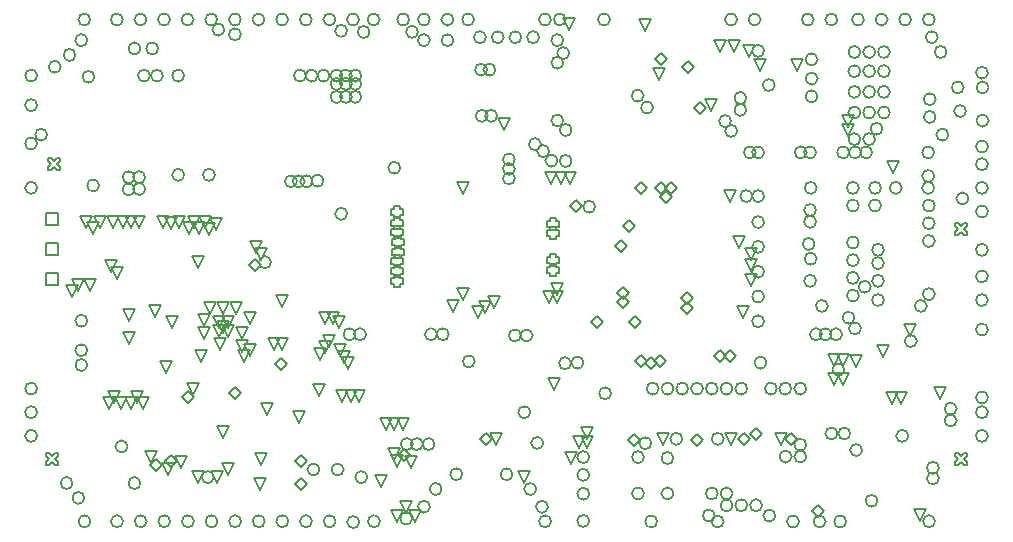
<source format=gbr>
%TF.GenerationSoftware,Altium Limited,Altium Designer,22.6.1 (34)*%
G04 Layer_Color=2752767*
%FSLAX45Y45*%
%MOMM*%
%TF.SameCoordinates,07F994AE-BB1C-4BEA-A643-928B9DFDCC76*%
%TF.FilePolarity,Positive*%
%TF.FileFunction,Drawing*%
%TF.Part,Single*%
G01*
G75*
%TA.AperFunction,NonConductor*%
%ADD191C,0.12700*%
%ADD192C,0.16933*%
D191*
X199200Y2334200D02*
Y2435800D01*
X300799D01*
Y2334200D01*
X199200D01*
Y2588200D02*
Y2689800D01*
X300799D01*
Y2588200D01*
X199200D01*
Y2080200D02*
Y2181800D01*
X300799D01*
Y2080200D01*
X199200D01*
X199193Y549197D02*
X224593D01*
X249993Y574597D01*
X275393Y549197D01*
X300793D01*
Y574597D01*
X275393Y599997D01*
X300793Y625397D01*
Y650797D01*
X275393D01*
X249993Y625397D01*
X224593Y650797D01*
X199193D01*
Y625397D01*
X224593Y599997D01*
X199193Y574597D01*
Y549197D01*
X7899197D02*
X7924597D01*
X7949997Y574597D01*
X7975397Y549197D01*
X8000797D01*
Y574597D01*
X7975397Y599997D01*
X8000797Y625397D01*
Y650797D01*
X7975397D01*
X7949997Y625397D01*
X7924597Y650797D01*
X7899197D01*
Y625397D01*
X7924597Y599997D01*
X7899197Y574597D01*
Y549197D01*
Y2499198D02*
X7924597D01*
X7949997Y2524598D01*
X7975397Y2499198D01*
X8000797D01*
Y2524598D01*
X7975397Y2549998D01*
X8000797Y2575398D01*
Y2600798D01*
X7975397D01*
X7949997Y2575398D01*
X7924597Y2600798D01*
X7899197D01*
Y2575398D01*
X7924597Y2549998D01*
X7899197Y2524598D01*
Y2499198D01*
X219193Y3049197D02*
X244593D01*
X269993Y3074597D01*
X295393Y3049197D01*
X320793D01*
Y3074597D01*
X295393Y3099997D01*
X320793Y3125397D01*
Y3150797D01*
X295393D01*
X269993Y3125397D01*
X244593Y3150797D01*
X219193D01*
Y3125397D01*
X244593Y3099997D01*
X219193Y3074597D01*
Y3049197D01*
X6686700Y162500D02*
X6737500Y213300D01*
X6788300Y162500D01*
X6737500Y111700D01*
X6686700Y162500D01*
X6461700Y775000D02*
X6512500Y825800D01*
X6563300Y775000D01*
X6512500Y724200D01*
X6461700Y775000D01*
X6161700Y812500D02*
X6212500Y863300D01*
X6263300Y812500D01*
X6212500Y761700D01*
X6161700Y812500D01*
X6061700Y775000D02*
X6112500Y825800D01*
X6163300Y775000D01*
X6112500Y724200D01*
X6061700Y775000D01*
X5661700Y762500D02*
X5712500Y813300D01*
X5763300Y762500D01*
X5712500Y711700D01*
X5661700Y762500D01*
X5124200D02*
X5175000Y813300D01*
X5225800Y762500D01*
X5175000Y711700D01*
X5124200Y762500D01*
X3730000Y2849200D02*
X3679200Y2950800D01*
X3780800D01*
X3730000Y2849200D01*
X3729375Y1951075D02*
X3678575Y2052675D01*
X3780175D01*
X3729375Y1951075D01*
X6995000Y3411700D02*
X6944200Y3513300D01*
X7045800D01*
X6995000Y3411700D01*
Y3336700D02*
X6944200Y3438300D01*
X7045800D01*
X6995000Y3336700D01*
X1875706Y1425613D02*
X1824906Y1527213D01*
X1926506D01*
X1875706Y1425613D01*
X7370000Y3028026D02*
X7319200Y3129626D01*
X7420800D01*
X7370000Y3028026D01*
X3151475Y2333975D02*
Y2308575D01*
X3202275D01*
Y2333975D01*
X3227675D01*
Y2384775D01*
X3202275D01*
Y2410175D01*
X3151475D01*
Y2384775D01*
X3126075D01*
Y2333975D01*
X3151475D01*
Y2415225D02*
Y2389825D01*
X3202275D01*
Y2415225D01*
X3227675D01*
Y2466025D01*
X3202275D01*
Y2491425D01*
X3151475D01*
Y2466025D01*
X3126075D01*
Y2415225D01*
X3151475D01*
X6070000Y2389200D02*
X6019200Y2490800D01*
X6120800D01*
X6070000Y2389200D01*
X1215000Y1334200D02*
X1164200Y1435800D01*
X1265800D01*
X1215000Y1334200D01*
X1919200Y2250000D02*
X1970000Y2300800D01*
X2020800Y2250000D01*
X1970000Y2199200D01*
X1919200Y2250000D01*
X5139200Y1760000D02*
X5190000Y1810800D01*
X5240800Y1760000D01*
X5190000Y1709200D01*
X5139200Y1760000D01*
X1340000Y526700D02*
X1289200Y628300D01*
X1390800D01*
X1340000Y526700D01*
X1740000Y469200D02*
X1689200Y570800D01*
X1790800D01*
X1740000Y469200D01*
X1230000D02*
X1179200Y570800D01*
X1280800D01*
X1230000Y469200D01*
X2681235Y1709200D02*
X2630435Y1810800D01*
X2732035D01*
X2681235Y1709200D01*
X2309200Y590000D02*
X2360000Y640800D01*
X2410800Y590000D01*
X2360000Y539200D01*
X2309200Y590000D01*
Y390000D02*
X2360000Y440800D01*
X2410800Y390000D01*
X2360000Y339200D01*
X2309200Y390000D01*
X1640000Y2539200D02*
X1589200Y2640800D01*
X1690800D01*
X1640000Y2539200D01*
X1545000Y2559200D02*
X1494200Y2660800D01*
X1595800D01*
X1545000Y2559200D01*
X1497402Y2509935D02*
X1446602Y2611535D01*
X1548202D01*
X1497402Y2509935D01*
X1410000Y2509200D02*
X1359200Y2610800D01*
X1460800D01*
X1410000Y2509200D01*
X1975000Y2346700D02*
X1924200Y2448300D01*
X2025800D01*
X1975000Y2346700D01*
X2020000Y2289200D02*
X1969200Y2390800D01*
X2070800D01*
X2020000Y2289200D01*
X7770000Y1109200D02*
X7719200Y1210800D01*
X7820800D01*
X7770000Y1109200D01*
X7520000Y1646700D02*
X7469200Y1748300D01*
X7570800D01*
X7520000Y1646700D01*
X5859200Y1480000D02*
X5910000Y1530800D01*
X5960800Y1480000D01*
X5910000Y1429200D01*
X5859200Y1480000D01*
X6100000Y1797751D02*
X6049200Y1899351D01*
X6150800D01*
X6100000Y1797751D01*
X6870000Y1389200D02*
X6819200Y1490800D01*
X6920800D01*
X6870000Y1389200D01*
X6950000D02*
X6899200Y1490800D01*
X7000800D01*
X6950000Y1389200D01*
Y1229200D02*
X6899200Y1330800D01*
X7000800D01*
X6950000Y1229200D01*
X6870000D02*
X6819200Y1330800D01*
X6920800D01*
X6870000Y1229200D01*
X5189200Y1430000D02*
X5240000Y1480800D01*
X5290800Y1430000D01*
X5240000Y1379200D01*
X5189200Y1430000D01*
X4819200Y1765000D02*
X4870000Y1815800D01*
X4920800Y1765000D01*
X4870000Y1714200D01*
X4819200Y1765000D01*
X4467725Y2260850D02*
Y2235450D01*
X4518525D01*
Y2260850D01*
X4543925D01*
Y2311650D01*
X4518525D01*
Y2337050D01*
X4467725D01*
Y2311650D01*
X4442325D01*
Y2260850D01*
X4467725D01*
Y2179600D02*
Y2154200D01*
X4518525D01*
Y2179600D01*
X4543925D01*
Y2230400D01*
X4518525D01*
Y2255800D01*
X4467725D01*
Y2230400D01*
X4442325D01*
Y2179600D01*
X4467725D01*
Y2488350D02*
Y2462950D01*
X4518525D01*
Y2488350D01*
X4543925D01*
Y2539150D01*
X4518525D01*
Y2564550D01*
X4467725D01*
Y2539150D01*
X4442325D01*
Y2488350D01*
X4467725D01*
Y2569600D02*
Y2544200D01*
X4518525D01*
Y2569600D01*
X4543925D01*
Y2620400D01*
X4518525D01*
Y2645800D01*
X4467725D01*
Y2620400D01*
X4442325D01*
Y2569600D01*
X4467725D01*
X4525625Y1991700D02*
X4474825Y2093300D01*
X4576425D01*
X4525625Y1991700D01*
X4460625Y1926700D02*
X4409825Y2028300D01*
X4511425D01*
X4460625Y1926700D01*
X3143350Y2082100D02*
Y2056700D01*
X3194150D01*
Y2082100D01*
X3219550D01*
Y2132900D01*
X3194150D01*
Y2158300D01*
X3143350D01*
Y2132900D01*
X3117950D01*
Y2082100D01*
X3143350D01*
Y2667100D02*
Y2641700D01*
X3194150D01*
Y2667100D01*
X3219550D01*
Y2717900D01*
X3194150D01*
Y2743300D01*
X3143350D01*
Y2717900D01*
X3117950D01*
Y2667100D01*
X3143350D01*
Y2171475D02*
Y2146075D01*
X3194150D01*
Y2171475D01*
X3219550D01*
Y2222275D01*
X3194150D01*
Y2247675D01*
X3143350D01*
Y2222275D01*
X3117950D01*
Y2171475D01*
X3143350D01*
Y2577725D02*
Y2552325D01*
X3194150D01*
Y2577725D01*
X3219550D01*
Y2628525D01*
X3194150D01*
Y2653925D01*
X3143350D01*
Y2628525D01*
X3117950D01*
Y2577725D01*
X3143350D01*
Y2496475D02*
Y2471075D01*
X3194150D01*
Y2496475D01*
X3219550D01*
Y2547275D01*
X3194150D01*
Y2572675D01*
X3143350D01*
Y2547275D01*
X3117950D01*
Y2496475D01*
X3143350D01*
Y2252725D02*
Y2227325D01*
X3194150D01*
Y2252725D01*
X3219550D01*
Y2303525D01*
X3194150D01*
Y2328925D01*
X3143350D01*
Y2303525D01*
X3117950D01*
Y2252725D01*
X3143350D01*
X4639200Y2750000D02*
X4690000Y2800800D01*
X4740800Y2750000D01*
X4690000Y2699200D01*
X4639200Y2750000D01*
X4478683Y2930517D02*
X4427883Y3032117D01*
X4529483D01*
X4478683Y2930517D01*
X4559341Y2929858D02*
X4508541Y3031458D01*
X4610141D01*
X4559341Y2929858D01*
X4640000Y2929200D02*
X4589200Y3030800D01*
X4690800D01*
X4640000Y2929200D01*
X5189200Y2900000D02*
X5240000Y2950800D01*
X5290800Y2900000D01*
X5240000Y2849200D01*
X5189200Y2900000D01*
X5039200Y2010000D02*
X5090000Y2060800D01*
X5140800Y2010000D01*
X5090000Y1959200D01*
X5039200Y2010000D01*
X5019200Y2410000D02*
X5070000Y2460800D01*
X5120800Y2410000D01*
X5070000Y2359200D01*
X5019200Y2410000D01*
X5089200Y2580000D02*
X5140000Y2630800D01*
X5190800Y2580000D01*
X5140000Y2529200D01*
X5089200Y2580000D01*
X5269200Y1420000D02*
X5320000Y1470800D01*
X5370800Y1420000D01*
X5320000Y1369200D01*
X5269200Y1420000D01*
X5579200Y1965000D02*
X5630000Y2015800D01*
X5680800Y1965000D01*
X5630000Y1914200D01*
X5579200Y1965000D01*
X4080000Y3389200D02*
X4029200Y3490800D01*
X4130800D01*
X4080000Y3389200D01*
X5390000Y3809200D02*
X5339200Y3910800D01*
X5440800D01*
X5390000Y3809200D01*
X5359200Y3990000D02*
X5410000Y4040800D01*
X5460800Y3990000D01*
X5410000Y3939200D01*
X5359200Y3990000D01*
X6030000Y4049200D02*
X5979200Y4150800D01*
X6080800D01*
X6030000Y4049200D01*
X5910000D02*
X5859200Y4150800D01*
X5960800D01*
X5910000Y4049200D01*
X5589200Y3920000D02*
X5640000Y3970800D01*
X5690800Y3920000D01*
X5640000Y3869200D01*
X5589200Y3920000D01*
X5689200Y3580000D02*
X5740000Y3630800D01*
X5790800Y3580000D01*
X5740000Y3529200D01*
X5689200Y3580000D01*
X2760689Y1368511D02*
X2709889Y1470111D01*
X2811489D01*
X2760689Y1368511D01*
X2690000Y1479200D02*
X2639200Y1580800D01*
X2740800D01*
X2690000Y1479200D01*
X2600000Y1550435D02*
X2549200Y1652035D01*
X2650800D01*
X2600000Y1550435D01*
X2520000Y1439200D02*
X2469200Y1540800D01*
X2570800D01*
X2520000Y1439200D01*
X2510000Y1139200D02*
X2459200Y1240800D01*
X2560800D01*
X2510000Y1139200D01*
X3179200Y640000D02*
X3230000Y690800D01*
X3280800Y640000D01*
X3230000Y589200D01*
X3179200Y640000D01*
X1862499Y1624200D02*
X1811699Y1725800D01*
X1913299D01*
X1862499Y1624200D01*
Y1511700D02*
X1811699Y1613300D01*
X1913299D01*
X1862499Y1511700D01*
X1924999Y1749200D02*
X1874199Y1850800D01*
X1975799D01*
X1924999Y1749200D01*
X1537499Y1730450D02*
X1486699Y1832050D01*
X1588299D01*
X1537499Y1730450D01*
X1536199Y1617500D02*
X1485399Y1719100D01*
X1586999D01*
X1536199Y1617500D01*
X1662499Y1711700D02*
X1611699Y1813300D01*
X1713299D01*
X1662499Y1711700D01*
X1737499D02*
X1686699Y1813300D01*
X1788299D01*
X1737499Y1711700D01*
X1662499Y1636700D02*
X1611699Y1738300D01*
X1713299D01*
X1662499Y1636700D01*
X1737499D02*
X1686699Y1738300D01*
X1788299D01*
X1737499Y1636700D01*
X1349200Y1125000D02*
X1400000Y1175800D01*
X1450800Y1125000D01*
X1400000Y1074200D01*
X1349200Y1125000D01*
X1444973Y1149173D02*
X1394173Y1250773D01*
X1495773D01*
X1444973Y1149173D01*
X5399200Y2820000D02*
X5450000Y2870800D01*
X5500800Y2820000D01*
X5450000Y2769200D01*
X5399200Y2820000D01*
X4010000Y719200D02*
X3959200Y820800D01*
X4060800D01*
X4010000Y719200D01*
X3150000Y599200D02*
X3099200Y700800D01*
X3200800D01*
X3150000Y599200D01*
X6149987Y4009200D02*
X6099187Y4110800D01*
X6200787D01*
X6149987Y4009200D01*
X850000Y2559200D02*
X799200Y2660800D01*
X900800D01*
X850000Y2559200D01*
X920000D02*
X869200Y2660800D01*
X970800D01*
X920000Y2559200D01*
X990000D02*
X939200Y2660800D01*
X1040800D01*
X990000Y2559200D01*
X1330000D02*
X1279200Y2660800D01*
X1380800D01*
X1330000Y2559200D01*
X1190000D02*
X1139200Y2660800D01*
X1240800D01*
X1190000Y2559200D01*
X770000D02*
X719200Y2660800D01*
X820800D01*
X770000Y2559200D01*
X540000D02*
X489200Y2660800D01*
X590800D01*
X540000Y2559200D01*
X660000D02*
X609200Y2660800D01*
X710800D01*
X660000Y2559200D01*
X5439200Y2900000D02*
X5490000Y2950800D01*
X5540800Y2900000D01*
X5490000Y2849200D01*
X5439200Y2900000D01*
X5359200D02*
X5410000Y2950800D01*
X5460800Y2900000D01*
X5410000Y2849200D01*
X5359200Y2900000D01*
X1809999Y1834200D02*
X1759199Y1935800D01*
X1860799D01*
X1809999Y1834200D01*
X7289341Y1469858D02*
X7238541Y1571458D01*
X7340141D01*
X7289341Y1469858D01*
X4250000Y399200D02*
X4199200Y500800D01*
X4300800D01*
X4250000Y399200D01*
X3879200Y770000D02*
X3930000Y820800D01*
X3980800Y770000D01*
X3930000Y719200D01*
X3879200Y770000D01*
X2710000Y1089200D02*
X2659200Y1190800D01*
X2760800D01*
X2710000Y1089200D01*
X2850000D02*
X2799200Y1190800D01*
X2900800D01*
X2850000Y1089200D01*
X3990000Y1879200D02*
X3939200Y1980800D01*
X4040800D01*
X3990000Y1879200D01*
X4500000Y1189200D02*
X4449200Y1290800D01*
X4550800D01*
X4500000Y1189200D01*
X4629614Y4239413D02*
X4578814Y4341013D01*
X4680414D01*
X4629614Y4239413D01*
X6170000Y2069200D02*
X6119200Y2170800D01*
X6220800D01*
X6170000Y2069200D01*
Y2199200D02*
X6119200Y2300800D01*
X6220800D01*
X6170000Y2199200D01*
Y2289200D02*
X6119200Y2390800D01*
X6220800D01*
X6170000Y2289200D01*
X5990000Y2779200D02*
X5939200Y2880800D01*
X6040800D01*
X5990000Y2779200D01*
X1209200Y590000D02*
X1260000Y640800D01*
X1310800Y590000D01*
X1260000Y539200D01*
X1209200Y590000D01*
X1090000Y569200D02*
X1039200Y670800D01*
X1140800D01*
X1090000Y569200D01*
X1079200Y550000D02*
X1130000Y600800D01*
X1180800Y550000D01*
X1130000Y499200D01*
X1079200Y550000D01*
X1700000Y779200D02*
X1649200Y880800D01*
X1750800D01*
X1700000Y779200D01*
X2020000Y549200D02*
X1969200Y650800D01*
X2070800D01*
X2020000Y549200D01*
X2010000Y339200D02*
X1959200Y440800D01*
X2060800D01*
X2010000Y339200D01*
X1490000Y399200D02*
X1439200Y500800D01*
X1540800D01*
X1490000Y399200D01*
X1650000D02*
X1599200Y500800D01*
X1700800D01*
X1650000Y399200D01*
X3175199Y534399D02*
X3124399Y635999D01*
X3225999D01*
X3175199Y534399D01*
X3290000Y529200D02*
X3239200Y630800D01*
X3340800D01*
X3290000Y529200D01*
X3040000Y369200D02*
X2989200Y470800D01*
X3090800D01*
X3040000Y369200D01*
X5270000Y4229200D02*
X5219200Y4330800D01*
X5320800D01*
X5270000Y4229200D01*
X2780000Y1089200D02*
X2729200Y1190800D01*
X2830800D01*
X2780000Y1089200D01*
X1512499Y1424200D02*
X1461699Y1525800D01*
X1563299D01*
X1512499Y1424200D01*
X1590498Y1834699D02*
X1539698Y1936299D01*
X1641298D01*
X1590498Y1834699D01*
X2139200Y1410000D02*
X2190000Y1460800D01*
X2240800Y1410000D01*
X2190000Y1359200D01*
X2139200Y1410000D01*
X1749200Y1160000D02*
X1800000Y1210800D01*
X1850800Y1160000D01*
X1800000Y1109200D01*
X1749200Y1160000D01*
X1490000Y2219200D02*
X1439200Y2320800D01*
X1540800D01*
X1490000Y2219200D01*
X730000Y1029200D02*
X679200Y1130800D01*
X780800D01*
X730000Y1029200D01*
X840000D02*
X789200Y1130800D01*
X890800D01*
X840000Y1029200D01*
X920000D02*
X869200Y1130800D01*
X970800D01*
X920000Y1029200D01*
X1020000D02*
X969200Y1130800D01*
X1070800D01*
X1020000Y1029200D01*
X970000Y1079200D02*
X919200Y1180800D01*
X1020800D01*
X970000Y1079200D01*
X2070000Y979200D02*
X2019200Y1080800D01*
X2120800D01*
X2070000Y979200D01*
X2340000Y909200D02*
X2289200Y1010800D01*
X2390800D01*
X2340000Y909200D01*
X3150000Y851700D02*
X3099200Y953300D01*
X3200800D01*
X3150000Y851700D01*
X3080000D02*
X3029200Y953300D01*
X3130800D01*
X3080000Y851700D01*
X3220000D02*
X3169200Y953300D01*
X3270800D01*
X3220000Y851700D01*
X3650000Y1849200D02*
X3599200Y1950800D01*
X3700800D01*
X3650000Y1849200D01*
X3860000Y1799200D02*
X3809200Y1900800D01*
X3910800D01*
X3860000Y1799200D01*
X2565000Y1749301D02*
X2514200Y1850901D01*
X2615800D01*
X2565000Y1749301D01*
X2720000Y1419200D02*
X2669200Y1520800D01*
X2770800D01*
X2720000Y1419200D01*
X5039200Y1930000D02*
X5090000Y1980800D01*
X5140800Y1930000D01*
X5090000Y1879200D01*
X5039200Y1930000D01*
X6425000Y724200D02*
X6374200Y825800D01*
X6475800D01*
X6425000Y724200D01*
X5579200Y1880000D02*
X5630000Y1930800D01*
X5680800Y1880000D01*
X5630000Y1829200D01*
X5579200Y1880000D01*
X7600000Y79200D02*
X7549200Y180800D01*
X7650800D01*
X7600000Y79200D01*
X2630000Y1749200D02*
X2579200Y1850800D01*
X2680800D01*
X2630000Y1749200D01*
X2560000Y1499200D02*
X2509200Y1600800D01*
X2610800D01*
X2560000Y1499200D01*
X2197500Y1529200D02*
X2146700Y1630800D01*
X2248300D01*
X2197500Y1529200D01*
X2130000D02*
X2079200Y1630800D01*
X2180800D01*
X2130000Y1529200D01*
X4525625Y1926700D02*
X4474825Y2028300D01*
X4576425D01*
X4525625Y1926700D01*
X3920000Y1839200D02*
X3869200Y1940800D01*
X3970800D01*
X3920000Y1839200D01*
X2199999Y1894200D02*
X2149199Y1995800D01*
X2250799D01*
X2199999Y1894200D01*
X7060000Y1381700D02*
X7009200Y1483300D01*
X7110800D01*
X7060000Y1381700D01*
X4710000Y699200D02*
X4659200Y800800D01*
X4760800D01*
X4710000Y699200D01*
X6000000Y724200D02*
X5949200Y825800D01*
X6050800D01*
X6000000Y724200D01*
X5425000D02*
X5374200Y825800D01*
X5475800D01*
X5425000Y724200D01*
X4650000Y559200D02*
X4599200Y660800D01*
X4700800D01*
X4650000Y559200D01*
X4780000Y699200D02*
X4729200Y800800D01*
X4830800D01*
X4780000Y699200D01*
X3325000Y74200D02*
X3274200Y175800D01*
X3375800D01*
X3325000Y74200D01*
X3250000Y149200D02*
X3199200Y250800D01*
X3300800D01*
X3250000Y149200D01*
X3175000Y74200D02*
X3124200Y175800D01*
X3225800D01*
X3175000Y74200D01*
X5349200Y1430000D02*
X5400000Y1480800D01*
X5450800Y1430000D01*
X5400000Y1379200D01*
X5349200Y1430000D01*
X5939200Y1480000D02*
X5990000Y1530800D01*
X6040800Y1480000D01*
X5990000Y1429200D01*
X5939200Y1480000D01*
X7360000Y1069200D02*
X7309200Y1170800D01*
X7410800D01*
X7360000Y1069200D01*
X7440000D02*
X7389200Y1170800D01*
X7490800D01*
X7440000Y1069200D01*
X1260000Y2549200D02*
X1209200Y2650800D01*
X1310800D01*
X1260000Y2549200D01*
X1455000Y2559200D02*
X1404200Y2660800D01*
X1505800D01*
X1455000Y2559200D01*
X1580000Y2499200D02*
X1529200Y2600800D01*
X1630800D01*
X1580000Y2499200D01*
X600000Y2509200D02*
X549200Y2610800D01*
X650800D01*
X600000Y2509200D01*
X750000Y2189200D02*
X699200Y2290800D01*
X800800D01*
X750000Y2189200D01*
X800000Y2129200D02*
X749200Y2230800D01*
X850800D01*
X800000Y2129200D01*
X575000Y2024200D02*
X524200Y2125800D01*
X625800D01*
X575000Y2024200D01*
X475000D02*
X424200Y2125800D01*
X525800D01*
X475000Y2024200D01*
X425000Y1974200D02*
X374200Y2075800D01*
X475800D01*
X425000Y1974200D01*
X780000Y1079200D02*
X729200Y1180800D01*
X830800D01*
X780000Y1079200D01*
X900000Y1769200D02*
X849200Y1870800D01*
X950800D01*
X900000Y1769200D01*
X1270000Y1709200D02*
X1219200Y1810800D01*
X1320800D01*
X1270000Y1709200D01*
X900000Y1579200D02*
X849200Y1680800D01*
X950800D01*
X900000Y1579200D01*
X5828520Y3546844D02*
X5777720Y3648444D01*
X5879320D01*
X5828520Y3546844D01*
X6250000Y3889200D02*
X6199200Y3990800D01*
X6300800D01*
X6250000Y3889200D01*
X6560000D02*
X6509200Y3990800D01*
X6610800D01*
X6560000Y3889200D01*
X4780000Y769200D02*
X4729200Y870800D01*
X4830800D01*
X4780000Y769200D01*
X1120000Y1809200D02*
X1069200Y1910800D01*
X1170800D01*
X1120000Y1809200D01*
X1699999Y1834200D02*
X1649199Y1935800D01*
X1750799D01*
X1699999Y1834200D01*
X1924999Y1474200D02*
X1874199Y1575800D01*
X1975799D01*
X1924999Y1474200D01*
X1674999Y1529200D02*
X1624199Y1630800D01*
X1725799D01*
X1674999Y1529200D01*
X1699999Y1674200D02*
X1649199Y1775800D01*
X1750799D01*
X1699999Y1674200D01*
D192*
X5513300Y612500D02*
G03*
X5513300Y612500I-50800J0D01*
G01*
X4170800Y2980000D02*
G03*
X4170800Y2980000I-50800J0D01*
G01*
X4850800Y2740000D02*
G03*
X4850800Y2740000I-50800J0D01*
G01*
X6000800Y3465000D02*
G03*
X6000800Y3465000I-50800J0D01*
G01*
X6053143Y3382053D02*
G03*
X6053143Y3382053I-50800J0D01*
G01*
X6130800Y3560000D02*
G03*
X6130800Y3560000I-50800J0D01*
G01*
X6708300Y2425000D02*
G03*
X6708300Y2425000I-50800J0D01*
G01*
X6280800Y2610000D02*
G03*
X6280800Y2610000I-50800J0D01*
G01*
Y2400000D02*
G03*
X6280800Y2400000I-50800J0D01*
G01*
X4020800Y3510000D02*
G03*
X4020800Y3510000I-50800J0D01*
G01*
X3940800D02*
G03*
X3940800Y3510000I-50800J0D01*
G01*
X4005800Y3900000D02*
G03*
X4005800Y3900000I-50800J0D01*
G01*
X3935800D02*
G03*
X3935800Y3900000I-50800J0D01*
G01*
X2790800Y3670000D02*
G03*
X2790800Y3670000I-50800J0D01*
G01*
X2750800Y4230000D02*
G03*
X2750800Y4230000I-50800J0D01*
G01*
X2390800Y2955000D02*
G03*
X2390800Y2955000I-50800J0D01*
G01*
X2325800D02*
G03*
X2325800Y2955000I-50800J0D01*
G01*
X2455800D02*
G03*
X2455800Y2955000I-50800J0D01*
G01*
X7045800Y1800000D02*
G03*
X7045800Y1800000I-50800J0D01*
G01*
X7100800Y1710000D02*
G03*
X7100800Y1710000I-50800J0D01*
G01*
X7295800Y2375000D02*
G03*
X7295800Y2375000I-50800J0D01*
G01*
Y2262500D02*
G03*
X7295800Y2262500I-50800J0D01*
G01*
X7183300Y2062500D02*
G03*
X7183300Y2062500I-50800J0D01*
G01*
X7083300Y1987500D02*
G03*
X7083300Y1987500I-50800J0D01*
G01*
Y2137500D02*
G03*
X7083300Y2137500I-50800J0D01*
G01*
Y2287500D02*
G03*
X7083300Y2287500I-50800J0D01*
G01*
Y2437500D02*
G03*
X7083300Y2437500I-50800J0D01*
G01*
X7270800Y2900000D02*
G03*
X7270800Y2900000I-50800J0D01*
G01*
X7283300Y3400000D02*
G03*
X7283300Y3400000I-50800J0D01*
G01*
X7095800Y3312500D02*
G03*
X7095800Y3312500I-50800J0D01*
G01*
X7220800D02*
G03*
X7220800Y3312500I-50800J0D01*
G01*
X7345800Y3537500D02*
G03*
X7345800Y3537500I-50800J0D01*
G01*
X7220800D02*
G03*
X7220800Y3537500I-50800J0D01*
G01*
X7095800D02*
G03*
X7095800Y3537500I-50800J0D01*
G01*
X7220800Y4050000D02*
G03*
X7220800Y4050000I-50800J0D01*
G01*
Y3887500D02*
G03*
X7220800Y3887500I-50800J0D01*
G01*
Y3712500D02*
G03*
X7220800Y3712500I-50800J0D01*
G01*
X7345800D02*
G03*
X7345800Y3712500I-50800J0D01*
G01*
Y3887500D02*
G03*
X7345800Y3887500I-50800J0D01*
G01*
Y4050000D02*
G03*
X7345800Y4050000I-50800J0D01*
G01*
X7095800Y3712500D02*
G03*
X7095800Y3712500I-50800J0D01*
G01*
Y3887500D02*
G03*
X7095800Y3887500I-50800J0D01*
G01*
Y4050000D02*
G03*
X7095800Y4050000I-50800J0D01*
G01*
X7195800Y3200000D02*
G03*
X7195800Y3200000I-50800J0D01*
G01*
X2910800Y1660000D02*
G03*
X2910800Y1660000I-50800J0D01*
G01*
X2515800Y515000D02*
G03*
X2515800Y515000I-50800J0D01*
G01*
X3305800Y730000D02*
G03*
X3305800Y730000I-50800J0D01*
G01*
X6850800Y1660000D02*
G03*
X6850800Y1660000I-50800J0D01*
G01*
X6770800D02*
G03*
X6770800Y1660000I-50800J0D01*
G01*
X6720800Y2712500D02*
G03*
X6720800Y2712500I-50800J0D01*
G01*
Y2612500D02*
G03*
X6720800Y2612500I-50800J0D01*
G01*
X4460800Y3210000D02*
G03*
X4460800Y3210000I-50800J0D01*
G01*
X4170800Y3060000D02*
G03*
X4170800Y3060000I-50800J0D01*
G01*
X6280788Y4059992D02*
G03*
X6280788Y4059992I-50800J0D01*
G01*
X4170800Y3140000D02*
G03*
X4170800Y3140000I-50800J0D01*
G01*
X950800Y2887500D02*
G03*
X950800Y2887500I-50800J0D01*
G01*
X3200800Y3070000D02*
G03*
X3200800Y3070000I-50800J0D01*
G01*
X4580800Y4150000D02*
G03*
X4580800Y4150000I-50800J0D01*
G01*
X3350800Y4220000D02*
G03*
X3350800Y4220000I-50800J0D01*
G01*
X3650800Y4150000D02*
G03*
X3650800Y4150000I-50800J0D01*
G01*
X3450800D02*
G03*
X3450800Y4150000I-50800J0D01*
G01*
X2940800Y4220000D02*
G03*
X2940800Y4220000I-50800J0D01*
G01*
X610800Y3840000D02*
G03*
X610800Y3840000I-50800J0D01*
G01*
X1150800Y4080000D02*
G03*
X1150800Y4080000I-50800J0D01*
G01*
X1710800Y4240000D02*
G03*
X1710800Y4240000I-50800J0D01*
G01*
X1850800Y4200000D02*
G03*
X1850800Y4200000I-50800J0D01*
G01*
X210800Y3350000D02*
G03*
X210800Y3350000I-50800J0D01*
G01*
X2870800Y3780000D02*
G03*
X2870800Y3780000I-50800J0D01*
G01*
Y3670000D02*
G03*
X2870800Y3670000I-50800J0D01*
G01*
X2600800Y3850000D02*
G03*
X2600800Y3850000I-50800J0D01*
G01*
X2790800D02*
G03*
X2790800Y3850000I-50800J0D01*
G01*
X2870800D02*
G03*
X2870800Y3850000I-50800J0D01*
G01*
X2710800D02*
G03*
X2710800Y3850000I-50800J0D01*
G01*
X2500800D02*
G03*
X2500800Y3850000I-50800J0D01*
G01*
X2400800D02*
G03*
X2400800Y3850000I-50800J0D01*
G01*
X950800Y2990000D02*
G03*
X950800Y2990000I-50800J0D01*
G01*
X1370800Y3010000D02*
G03*
X1370800Y3010000I-50800J0D01*
G01*
X1040800Y2990000D02*
G03*
X1040800Y2990000I-50800J0D01*
G01*
X650800Y2920000D02*
G03*
X650800Y2920000I-50800J0D01*
G01*
X1040800Y2890000D02*
G03*
X1040800Y2890000I-50800J0D01*
G01*
X1190800Y3850000D02*
G03*
X1190800Y3850000I-50800J0D01*
G01*
X2550800Y2960000D02*
G03*
X2550800Y2960000I-50800J0D01*
G01*
X2710800Y3670000D02*
G03*
X2710800Y3670000I-50800J0D01*
G01*
X4390800Y3270000D02*
G03*
X4390800Y3270000I-50800J0D01*
G01*
X1080800Y3850000D02*
G03*
X1080800Y3850000I-50800J0D01*
G01*
X1000800Y4080000D02*
G03*
X1000800Y4080000I-50800J0D01*
G01*
X1370800Y3850000D02*
G03*
X1370800Y3850000I-50800J0D01*
G01*
X6960800Y1360000D02*
G03*
X6960800Y1360000I-50800J0D01*
G01*
X5888300Y1200000D02*
G03*
X5888300Y1200000I-50800J0D01*
G01*
X5513300D02*
G03*
X5513300Y1200000I-50800J0D01*
G01*
X5763300D02*
G03*
X5763300Y1200000I-50800J0D01*
G01*
X6138300D02*
G03*
X6138300Y1200000I-50800J0D01*
G01*
X6638300D02*
G03*
X6638300Y1200000I-50800J0D01*
G01*
X6388300D02*
G03*
X6388300Y1200000I-50800J0D01*
G01*
X4650800Y3127500D02*
G03*
X4650800Y3127500I-50800J0D01*
G01*
X4580800Y3470000D02*
G03*
X4580800Y3470000I-50800J0D01*
G01*
X4650800Y3390000D02*
G03*
X4650800Y3390000I-50800J0D01*
G01*
X4580800Y3960000D02*
G03*
X4580800Y3960000I-50800J0D01*
G01*
X4630800Y4040000D02*
G03*
X4630800Y4040000I-50800J0D01*
G01*
X2750800Y2680000D02*
G03*
X2750800Y2680000I-50800J0D01*
G01*
X7720800Y3000000D02*
G03*
X7720800Y3000000I-50800J0D01*
G01*
X8175800Y3250000D02*
G03*
X8175800Y3250000I-50800J0D01*
G01*
Y3100000D02*
G03*
X8175800Y3100000I-50800J0D01*
G01*
Y2900000D02*
G03*
X8175800Y2900000I-50800J0D01*
G01*
Y2700000D02*
G03*
X8175800Y2700000I-50800J0D01*
G01*
Y2375000D02*
G03*
X8175800Y2375000I-50800J0D01*
G01*
Y2150000D02*
G03*
X8175800Y2150000I-50800J0D01*
G01*
Y1950000D02*
G03*
X8175800Y1950000I-50800J0D01*
G01*
Y1700000D02*
G03*
X8175800Y1700000I-50800J0D01*
G01*
Y1125000D02*
G03*
X8175800Y1125000I-50800J0D01*
G01*
Y1000000D02*
G03*
X8175800Y1000000I-50800J0D01*
G01*
Y800000D02*
G03*
X8175800Y800000I-50800J0D01*
G01*
X425800Y400000D02*
G03*
X425800Y400000I-50800J0D01*
G01*
X525800Y275000D02*
G03*
X525800Y275000I-50800J0D01*
G01*
X8175800Y3875000D02*
G03*
X8175800Y3875000I-50800J0D01*
G01*
X7825800Y4050000D02*
G03*
X7825800Y4050000I-50800J0D01*
G01*
X7750800Y4175000D02*
G03*
X7750800Y4175000I-50800J0D01*
G01*
X450800Y4025000D02*
G03*
X450800Y4025000I-50800J0D01*
G01*
X550800Y4150000D02*
G03*
X550800Y4150000I-50800J0D01*
G01*
X325800Y3925000D02*
G03*
X325800Y3925000I-50800J0D01*
G01*
X125800Y3275000D02*
G03*
X125800Y3275000I-50800J0D01*
G01*
Y3600000D02*
G03*
X125800Y3600000I-50800J0D01*
G01*
Y3850000D02*
G03*
X125800Y3850000I-50800J0D01*
G01*
Y2900000D02*
G03*
X125800Y2900000I-50800J0D01*
G01*
X550800Y1775000D02*
G03*
X550800Y1775000I-50800J0D01*
G01*
Y1525000D02*
G03*
X550800Y1525000I-50800J0D01*
G01*
Y1400000D02*
G03*
X550800Y1400000I-50800J0D01*
G01*
X125800Y1200000D02*
G03*
X125800Y1200000I-50800J0D01*
G01*
Y1000000D02*
G03*
X125800Y1000000I-50800J0D01*
G01*
Y800000D02*
G03*
X125800Y800000I-50800J0D01*
G01*
X1000800Y400000D02*
G03*
X1000800Y400000I-50800J0D01*
G01*
X3390800Y730000D02*
G03*
X3390800Y730000I-50800J0D01*
G01*
X4350800Y350000D02*
G03*
X4350800Y350000I-50800J0D01*
G01*
X5863300Y125000D02*
G03*
X5863300Y125000I-50800J0D01*
G01*
X6375800D02*
G03*
X6375800Y125000I-50800J0D01*
G01*
X2852598Y70000D02*
G03*
X2852598Y70000I-50800J0D01*
G01*
X577617Y76822D02*
G03*
X577617Y76822I-50800J0D01*
G01*
X852617D02*
G03*
X852617Y76822I-50800J0D01*
G01*
X1052617D02*
G03*
X1052617Y76822I-50800J0D01*
G01*
X1252617D02*
G03*
X1252617Y76822I-50800J0D01*
G01*
X1452617D02*
G03*
X1452617Y76822I-50800J0D01*
G01*
X1652617D02*
G03*
X1652617Y76822I-50800J0D01*
G01*
X1852617D02*
G03*
X1852617Y76822I-50800J0D01*
G01*
X2052617D02*
G03*
X2052617Y76822I-50800J0D01*
G01*
X2252617D02*
G03*
X2252617Y76822I-50800J0D01*
G01*
X2452617D02*
G03*
X2452617Y76822I-50800J0D01*
G01*
X2652617D02*
G03*
X2652617Y76822I-50800J0D01*
G01*
X3027617D02*
G03*
X3027617Y76822I-50800J0D01*
G01*
X3450800Y200000D02*
G03*
X3450800Y200000I-50800J0D01*
G01*
X3725800Y475000D02*
G03*
X3725800Y475000I-50800J0D01*
G01*
X4150800D02*
G03*
X4150800Y475000I-50800J0D01*
G01*
X4477617Y76822D02*
G03*
X4477617Y76822I-50800J0D01*
G01*
X4450800Y200000D02*
G03*
X4450800Y200000I-50800J0D01*
G01*
X5375800Y75000D02*
G03*
X5375800Y75000I-50800J0D01*
G01*
X5938300D02*
G03*
X5938300Y75000I-50800J0D01*
G01*
X3550800Y350000D02*
G03*
X3550800Y350000I-50800J0D01*
G01*
X6575800Y75000D02*
G03*
X6575800Y75000I-50800J0D01*
G01*
X6975800Y75000D02*
G03*
X6975800Y75000I-50800J0D01*
G01*
X7727617Y76822D02*
G03*
X7727617Y76822I-50800J0D01*
G01*
X7725800Y4325000D02*
G03*
X7725800Y4325000I-50800J0D01*
G01*
X7525800D02*
G03*
X7525800Y4325000I-50800J0D01*
G01*
X7325800D02*
G03*
X7325800Y4325000I-50800J0D01*
G01*
X7125800D02*
G03*
X7125800Y4325000I-50800J0D01*
G01*
X6900800D02*
G03*
X6900800Y4325000I-50800J0D01*
G01*
X6700800D02*
G03*
X6700800Y4325000I-50800J0D01*
G01*
X6250800D02*
G03*
X6250800Y4325000I-50800J0D01*
G01*
X4975800D02*
G03*
X4975800Y4325000I-50800J0D01*
G01*
X4600800D02*
G03*
X4600800Y4325000I-50800J0D01*
G01*
X4375800Y4175000D02*
G03*
X4375800Y4175000I-50800J0D01*
G01*
X4475800Y4325000D02*
G03*
X4475800Y4325000I-50800J0D01*
G01*
X4225800Y4175000D02*
G03*
X4225800Y4175000I-50800J0D01*
G01*
X4075800D02*
G03*
X4075800Y4175000I-50800J0D01*
G01*
X3925800D02*
G03*
X3925800Y4175000I-50800J0D01*
G01*
X3825800Y4325000D02*
G03*
X3825800Y4325000I-50800J0D01*
G01*
X3650800D02*
G03*
X3650800Y4325000I-50800J0D01*
G01*
X3450800D02*
G03*
X3450800Y4325000I-50800J0D01*
G01*
X3275800D02*
G03*
X3275800Y4325000I-50800J0D01*
G01*
X3025800D02*
G03*
X3025800Y4325000I-50800J0D01*
G01*
X2850800D02*
G03*
X2850800Y4325000I-50800J0D01*
G01*
X2650800D02*
G03*
X2650800Y4325000I-50800J0D01*
G01*
X2450800D02*
G03*
X2450800Y4325000I-50800J0D01*
G01*
X2250800D02*
G03*
X2250800Y4325000I-50800J0D01*
G01*
X2050800D02*
G03*
X2050800Y4325000I-50800J0D01*
G01*
X1850800D02*
G03*
X1850800Y4325000I-50800J0D01*
G01*
X1650800D02*
G03*
X1650800Y4325000I-50800J0D01*
G01*
X1450800D02*
G03*
X1450800Y4325000I-50800J0D01*
G01*
X1250800D02*
G03*
X1250800Y4325000I-50800J0D01*
G01*
X1050800D02*
G03*
X1050800Y4325000I-50800J0D01*
G01*
X850800D02*
G03*
X850800Y4325000I-50800J0D01*
G01*
X575800D02*
G03*
X575800Y4325000I-50800J0D01*
G01*
X1630800Y3010000D02*
G03*
X1630800Y3010000I-50800J0D01*
G01*
X3610800Y1660000D02*
G03*
X3610800Y1660000I-50800J0D01*
G01*
X3510800D02*
G03*
X3510800Y1660000I-50800J0D01*
G01*
X2105800Y2270000D02*
G03*
X2105800Y2270000I-50800J0D01*
G01*
X4220800Y1650000D02*
G03*
X4220800Y1650000I-50800J0D01*
G01*
X4320800D02*
G03*
X4320800Y1650000I-50800J0D01*
G01*
X4750800Y1420000D02*
G03*
X4750800Y1420000I-50800J0D01*
G01*
X4645800Y1415000D02*
G03*
X4645800Y1415000I-50800J0D01*
G01*
X4530800Y3130000D02*
G03*
X4530800Y3130000I-50800J0D01*
G01*
X2790800Y3780000D02*
G03*
X2790800Y3780000I-50800J0D01*
G01*
X2710800D02*
G03*
X2710800Y3780000I-50800J0D01*
G01*
X7573236Y1602446D02*
G03*
X7573236Y1602446I-50800J0D01*
G01*
X6210800Y3200000D02*
G03*
X6210800Y3200000I-50800J0D01*
G01*
X8010800Y2810000D02*
G03*
X8010800Y2810000I-50800J0D01*
G01*
X6900800Y820000D02*
G03*
X6900800Y820000I-50800J0D01*
G01*
X7010800D02*
G03*
X7010800Y820000I-50800J0D01*
G01*
X7110800Y680000D02*
G03*
X7110800Y680000I-50800J0D01*
G01*
X7970800Y3750000D02*
G03*
X7970800Y3750000I-50800J0D01*
G01*
X7733300Y3650000D02*
G03*
X7733300Y3650000I-50800J0D01*
G01*
X3830800Y1430000D02*
G03*
X3830800Y1430000I-50800J0D01*
G01*
X2820800Y1660000D02*
G03*
X2820800Y1660000I-50800J0D01*
G01*
X4985800Y1160000D02*
G03*
X4985800Y1160000I-50800J0D01*
G01*
X4410800Y740000D02*
G03*
X4410800Y740000I-50800J0D01*
G01*
X6513300Y625000D02*
G03*
X6513300Y625000I-50800J0D01*
G01*
X5888300Y312500D02*
G03*
X5888300Y312500I-50800J0D01*
G01*
X6638300Y725000D02*
G03*
X6638300Y725000I-50800J0D01*
G01*
X6013300Y312500D02*
G03*
X6013300Y312500I-50800J0D01*
G01*
X5588300Y775000D02*
G03*
X5588300Y775000I-50800J0D01*
G01*
X5263300Y620000D02*
G03*
X5263300Y620000I-50800J0D01*
G01*
X4800800D02*
G03*
X4800800Y620000I-50800J0D01*
G01*
Y470000D02*
G03*
X4800800Y470000I-50800J0D01*
G01*
Y310000D02*
G03*
X4800800Y310000I-50800J0D01*
G01*
Y80000D02*
G03*
X4800800Y80000I-50800J0D01*
G01*
X4300800Y1000000D02*
G03*
X4300800Y1000000I-50800J0D01*
G01*
X3490800Y730000D02*
G03*
X3490800Y730000I-50800J0D01*
G01*
X3300800Y100000D02*
G03*
X3300800Y100000I-50800J0D01*
G01*
X6510787Y1199998D02*
G03*
X6510787Y1199998I-50800J0D01*
G01*
X6013300Y1200000D02*
G03*
X6013300Y1200000I-50800J0D01*
G01*
X5388300D02*
G03*
X5388300Y1200000I-50800J0D01*
G01*
X5638300D02*
G03*
X5638300Y1200000I-50800J0D01*
G01*
X7720800Y2900000D02*
G03*
X7720800Y2900000I-50800J0D01*
G01*
Y3200000D02*
G03*
X7720800Y3200000I-50800J0D01*
G01*
X7445800Y2900000D02*
G03*
X7445800Y2900000I-50800J0D01*
G01*
X7725799Y2750000D02*
G03*
X7725799Y2750000I-50800J0D01*
G01*
X6940800Y1660000D02*
G03*
X6940800Y1660000I-50800J0D01*
G01*
X7760800Y530000D02*
G03*
X7760800Y530000I-50800J0D01*
G01*
X7500800Y800000D02*
G03*
X7500800Y800000I-50800J0D01*
G01*
X6280800Y1770000D02*
G03*
X6280800Y1770000I-50800J0D01*
G01*
X7760800Y440000D02*
G03*
X7760800Y440000I-50800J0D01*
G01*
X7910800Y1030000D02*
G03*
X7910800Y1030000I-50800J0D01*
G01*
Y930000D02*
G03*
X7910800Y930000I-50800J0D01*
G01*
X6300800Y1420000D02*
G03*
X6300800Y1420000I-50800J0D01*
G01*
X7295800Y2112500D02*
G03*
X7295800Y2112500I-50800J0D01*
G01*
X7658300Y1900000D02*
G03*
X7658300Y1900000I-50800J0D01*
G01*
X7295800Y1950000D02*
G03*
X7295800Y1950000I-50800J0D01*
G01*
X6180800Y2830000D02*
G03*
X6180800Y2830000I-50800J0D01*
G01*
X890800Y710000D02*
G03*
X890800Y710000I-50800J0D01*
G01*
X1620800Y450000D02*
G03*
X1620800Y450000I-50800J0D01*
G01*
X6280800Y2190000D02*
G03*
X6280800Y2190000I-50800J0D01*
G01*
X6820800Y1900000D02*
G03*
X6820800Y1900000I-50800J0D01*
G01*
X6720800Y2112500D02*
G03*
X6720800Y2112500I-50800J0D01*
G01*
X6280800Y2830000D02*
G03*
X6280800Y2830000I-50800J0D01*
G01*
X7270800Y2750000D02*
G03*
X7270800Y2750000I-50800J0D01*
G01*
X7083300D02*
G03*
X7083300Y2750000I-50800J0D01*
G01*
Y2900000D02*
G03*
X7083300Y2900000I-50800J0D01*
G01*
X7100800Y3200000D02*
G03*
X7100800Y3200000I-50800J0D01*
G01*
X6280800Y3200000D02*
G03*
X6280800Y3200000I-50800J0D01*
G01*
Y1980000D02*
G03*
X6280800Y1980000I-50800J0D01*
G01*
X5260800Y3680000D02*
G03*
X5260800Y3680000I-50800J0D01*
G01*
X5340800Y3580000D02*
G03*
X5340800Y3580000I-50800J0D01*
G01*
X6130800Y3660000D02*
G03*
X6130800Y3660000I-50800J0D01*
G01*
X6640800Y3200000D02*
G03*
X6640800Y3200000I-50800J0D01*
G01*
X6733300Y3675000D02*
G03*
X6733300Y3675000I-50800J0D01*
G01*
X6050800Y4325000D02*
G03*
X6050800Y4325000I-50800J0D01*
G01*
X6733300Y3987500D02*
G03*
X6733300Y3987500I-50800J0D01*
G01*
Y3825000D02*
G03*
X6733300Y3825000I-50800J0D01*
G01*
X7733300Y3500000D02*
G03*
X7733300Y3500000I-50800J0D01*
G01*
X7840800Y3350000D02*
G03*
X7840800Y3350000I-50800J0D01*
G01*
X7990800Y3550000D02*
G03*
X7990800Y3550000I-50800J0D01*
G01*
X8180800Y3750000D02*
G03*
X8180800Y3750000I-50800J0D01*
G01*
Y3470000D02*
G03*
X8180800Y3470000I-50800J0D01*
G01*
X2920800Y450000D02*
G03*
X2920800Y450000I-50800J0D01*
G01*
X2720800Y515000D02*
G03*
X2720800Y515000I-50800J0D01*
G01*
X5938300Y775000D02*
G03*
X5938300Y775000I-50800J0D01*
G01*
X5325800Y737500D02*
G03*
X5325800Y737500I-50800J0D01*
G01*
X7240800Y250000D02*
G03*
X7240800Y250000I-50800J0D01*
G01*
X6013300Y212500D02*
G03*
X6013300Y212500I-50800J0D01*
G01*
X6138300D02*
G03*
X6138300Y212500I-50800J0D01*
G01*
X6263300D02*
G03*
X6263300Y212500I-50800J0D01*
G01*
X5513300Y312500D02*
G03*
X5513300Y312500I-50800J0D01*
G01*
X6800800Y75000D02*
G03*
X6800800Y75000I-50800J0D01*
G01*
X6638300Y625000D02*
G03*
X6638300Y625000I-50800J0D01*
G01*
X5263300Y312500D02*
G03*
X5263300Y312500I-50800J0D01*
G01*
X7000800Y3200000D02*
G03*
X7000800Y3200000I-50800J0D01*
G01*
X6720800Y3200000D02*
G03*
X6720800Y3200000I-50800J0D01*
G01*
X6370800Y3770000D02*
G03*
X6370800Y3770000I-50800J0D01*
G01*
X6725800Y2900000D02*
G03*
X6725800Y2900000I-50800J0D01*
G01*
Y2300000D02*
G03*
X6725800Y2300000I-50800J0D01*
G01*
X7725799Y2000000D02*
G03*
X7725799Y2000000I-50800J0D01*
G01*
Y2450000D02*
G03*
X7725799Y2450000I-50800J0D01*
G01*
Y2600000D02*
G03*
X7725799Y2600000I-50800J0D01*
G01*
%TF.MD5,908e5b7db8566057653f04877af23094*%
M02*

</source>
